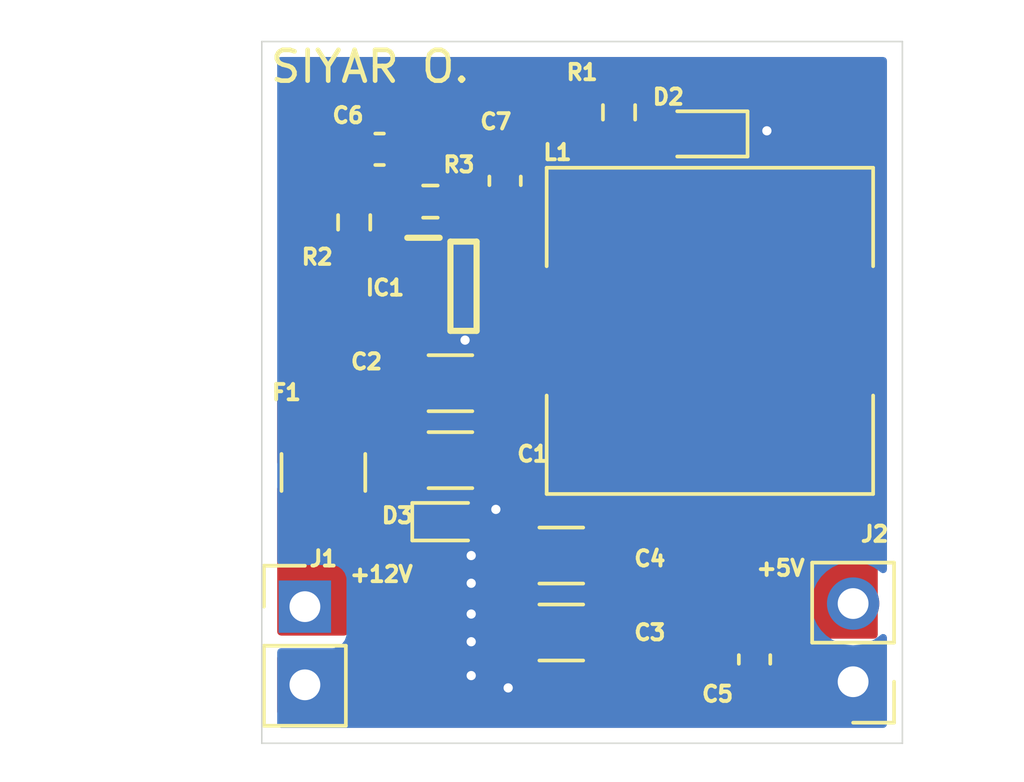
<source format=kicad_pcb>
(kicad_pcb (version 20240108) (generator "pcbnew") (generator_version "8.0")
  (layers (0 "F.Cu" signal) (31 "B.Cu" power) (34 "B.Paste" user) (35 "F.Paste" user) (36 "B.SilkS" user "B.Silkscreen") (37 "F.SilkS" user "F.Silkscreen") (38 "B.Mask" user) (39 "F.Mask" user) (44 "Edge.Cuts" user))
  (net 0 "")
  (net 1 "GND")
  (net 2 "Net-(D2-A)")
  (net 3 "+12V")
  (net 4 "/Vin")
  (net 5 "/FB")
  (net 6 "/BST")
  (net 7 "/SW")
  (net 8 "+5V")
  (footprint "Capacitor_SMD:C_1206_3216Metric" (layer "F.Cu") (at 145.325 136.9)
    (property "Reference" "C2" (at -2.725 -0.7 0) (layer "F.SilkS") (effects (font (size 0.5 0.5) (thickness 0.125) (bold yes))))
    (property "Value" "100nF" (hide yes))
    (fp_line (start -0.711252 -0.91) (end 0.711252 -0.91) (stroke (width 0.12)) (layer "F.SilkS"))
    (fp_line (start -0.711252 0.91) (end 0.711252 0.91) (stroke (width 0.12)) (layer "F.SilkS"))
    (pad "1" smd roundrect (at -1.475 0) (size 1.15 1.8) (layers "F.Cu" "F.Paste" "F.Mask") (roundrect_rratio 0.217391) (net 4 "/Vin"))
    (pad "2" smd roundrect (at 1.475 0) (size 1.15 1.8) (layers "F.Cu" "F.Paste" "F.Mask") (roundrect_rratio 0.217391) (net 1 "GND"))
  )
  (footprint "Fuse:Fuse_1210_3225Metric" (layer "F.Cu") (at 141.2 139.8 90)
    (property "Reference" "F1" (at 2.6 -1.2 0) (layer "F.SilkS") (effects (font (size 0.5 0.5) (thickness 0.125) (bold yes))))
    (property "Value" "2A")
    (fp_line (start -0.602064 -1.36) (end 0.602064 -1.36) (stroke (width 0.12)) (layer "F.SilkS"))
    (fp_line (start -0.602064 1.36) (end 0.602064 1.36) (stroke (width 0.12)) (layer "F.SilkS"))
    (pad "1" smd roundrect (at -1.4 0 90) (size 1.25 2.65) (layers "F.Cu" "F.Paste" "F.Mask") (roundrect_rratio 0.2) (net 3 "+12V"))
    (pad "2" smd roundrect (at 1.4 0 90) (size 1.25 2.65) (layers "F.Cu" "F.Paste" "F.Mask") (roundrect_rratio 0.2) (net 4 "/Vin"))
  )
  (footprint "Capacitor_SMD:C_0603_1608Metric" (layer "F.Cu") (at 155.2 145.875 -90)
    (property "Reference" "C5" (at 1.125 1.2 180) (layer "F.SilkS") (effects (font (size 0.5 0.5) (thickness 0.125) (bold yes))))
    (property "Value" "100nF" (hide yes))
    (fp_line (start -0.14058 0.51) (end 0.14058 0.51) (stroke (width 0.12)) (layer "F.SilkS"))
    (fp_line (start -0.14058 -0.51) (end 0.14058 -0.51) (stroke (width 0.12)) (layer "F.SilkS"))
    (pad "1" smd roundrect (at -0.775 0 270) (size 0.9 0.95) (layers "F.Cu" "F.Paste" "F.Mask") (net 8 "+5V"))
    (pad "2" smd roundrect (at 0.775 0 270) (size 0.9 0.95) (layers "F.Cu" "F.Paste" "F.Mask") (net 1 "GND"))
  )
  (footprint "LED_SMD:LED_0603_1608Metric" (layer "F.Cu") (at 153.4875 128.8 180)
    (property "Reference" "D2" (at 1.0875 1.2 180) (layer "F.SilkS") (effects (font (size 0.5 0.5) (thickness 0.125) (bold yes))))
    (property "Value" "GREEN" (hide yes))
    (fp_line (start 0.8 -0.735) (end -1.485 -0.735) (stroke (width 0.12)) (layer "F.SilkS"))
    (fp_line (start -1.485 0.735) (end 0.8 0.735) (stroke (width 0.12)) (layer "F.SilkS"))
    (fp_line (start -1.485 -0.735) (end -1.485 0.735) (stroke (width 0.12)) (layer "F.SilkS"))
    (pad "1" smd roundrect (at -0.7875 0 180) (size 0.875 0.95) (layers "F.Cu" "F.Paste" "F.Mask") (net 1 "GND"))
    (pad "2" smd roundrect (at 0.7875 0 180) (size 0.875 0.95) (layers "F.Cu" "F.Paste" "F.Mask") (net 2 "Net-(D2-A)"))
  )
  (footprint "Capacitor_SMD:C_0603_1608Metric" (layer "F.Cu") (at 147.1 130.325 90)
    (property "Reference" "C7" (at 1.925 -0.3 180) (layer "F.SilkS") (effects (font (size 0.5 0.5) (thickness 0.125) (bold yes))))
    (property "Value" "100nF" (hide yes))
    (fp_line (start -0.14058 -0.51) (end 0.14058 -0.51) (stroke (width 0.12)) (layer "F.SilkS"))
    (fp_line (start -0.14058 0.51) (end 0.14058 0.51) (stroke (width 0.12)) (layer "F.SilkS"))
    (pad "1" smd roundrect (at -0.775 0 90) (size 0.9 0.95) (layers "F.Cu" "F.Paste" "F.Mask") (net 6 "/BST"))
    (pad "2" smd roundrect (at 0.775 0 90) (size 0.9 0.95) (layers "F.Cu" "F.Paste" "F.Mask") (net 7 "/SW"))
  )
  (footprint "Capacitor_SMD:C_1206_3216Metric" (layer "F.Cu") (at 145.325 139.4)
    (property "Reference" "C1" (at 2.675 -0.2 0) (layer "F.SilkS") (effects (font (size 0.5 0.5) (thickness 0.125) (bold yes))))
    (property "Value" "10uF" (hide yes))
    (fp_line (start -0.711252 -0.91) (end 0.711252 -0.91) (stroke (width 0.12)) (layer "F.SilkS"))
    (fp_line (start -0.711252 0.91) (end 0.711252 0.91) (stroke (width 0.12)) (layer "F.SilkS"))
    (pad "1" smd roundrect (at -1.475 0) (size 1.15 1.8) (layers "F.Cu" "F.Paste" "F.Mask") (roundrect_rratio 0.217391) (net 4 "/Vin"))
    (pad "2" smd roundrect (at 1.475 0) (size 1.15 1.8) (layers "F.Cu" "F.Paste" "F.Mask") (roundrect_rratio 0.217391) (net 1 "GND"))
  )
  (footprint "Connector_PinHeader_2.54mm:PinHeader_1x02_P2.54mm_Vertical" (layer "F.Cu") (at 140.6 144.16)
    (property "Reference" "J1" (at 0.6 -1.56 0) (layer "F.SilkS") (effects (font (size 0.5 0.5) (thickness 0.125) (bold yes))))
    (property "Value" "Conn_01x02_Pin" (hide yes))
    (fp_line (start -1.33 -1.33) (end 0 -1.33) (stroke (width 0.12)) (layer "F.SilkS"))
    (fp_line (start -1.33 0) (end -1.33 -1.33) (stroke (width 0.12)) (layer "F.SilkS"))
    (fp_line (start -1.33 1.27) (end -1.33 3.87) (stroke (width 0.12)) (layer "F.SilkS"))
    (fp_line (start -1.33 1.27) (end 1.33 1.27) (stroke (width 0.12)) (layer "F.SilkS"))
    (fp_line (start -1.33 3.87) (end 1.33 3.87) (stroke (width 0.12)) (layer "F.SilkS"))
    (fp_line (start 1.33 1.27) (end 1.33 3.87) (stroke (width 0.12)) (layer "F.SilkS"))
    (pad "1" thru_hole rect (at 0 0) (size 1.7 1.7) (drill 1) (layers "*.Cu" "*.Mask") (net 3 "+12V"))
    (pad "2" thru_hole oval (at 0 2.54) (size 1.7 1.7) (drill 1) (layers "*.Cu" "*.Mask") (net 1 "GND"))
  )
  (footprint "0_FT:AP63301" (layer "F.Cu") (at 145.75 133.75)
    (property "Reference" "IC1" (at -2.55 0.05 0) (layer "F.SilkS") (effects (font (size 0.5 0.5) (thickness 0.125) (bold yes))))
    (property "Value" "AP63301WU-7" (hide yes))
    (fp_line (start -1.825 -1.575) (end -0.775 -1.575) (stroke (width 0.2)) (layer "F.SilkS"))
    (fp_line (start -0.425 -1.45) (end 0.425 -1.45) (stroke (width 0.2)) (layer "F.SilkS"))
    (fp_line (start -0.425 1.45) (end -0.425 -1.45) (stroke (width 0.2)) (layer "F.SilkS"))
    (fp_line (start 0.425 -1.45) (end 0.425 1.45) (stroke (width 0.2)) (layer "F.SilkS"))
    (fp_line (start 0.425 1.45) (end -0.425 1.45) (stroke (width 0.2)) (layer "F.SilkS"))
    (pad "1" smd rect (at -1.3 -0.95 90) (size 0.55 1.05) (layers "F.Cu" "F.Paste" "F.Mask") (net 5 "/FB"))
    (pad "2" smd rect (at -1.3 0 90) (size 0.55 1.05) (layers "F.Cu" "F.Paste" "F.Mask") (net 4 "/Vin"))
    (pad "3" smd rect (at -1.3 0.95 90) (size 0.55 1.05) (layers "F.Cu" "F.Paste" "F.Mask") (net 4 "/Vin"))
    (pad "4" smd rect (at 1.3 0.95 90) (size 0.55 1.05) (layers "F.Cu" "F.Paste" "F.Mask") (net 1 "GND"))
    (pad "5" smd rect (at 1.3 0 90) (size 0.55 1.05) (layers "F.Cu" "F.Paste" "F.Mask") (net 7 "/SW"))
    (pad "6" smd rect (at 1.3 -0.95 90) (size 0.55 1.05) (layers "F.Cu" "F.Paste" "F.Mask") (net 6 "/BST"))
  )
  (footprint "Capacitor_SMD:C_0603_1608Metric" (layer "F.Cu") (at 143.025 129.3)
    (property "Reference" "C6" (at -1.025 -1.1 0) (layer "F.SilkS") (effects (font (size 0.5 0.5) (thickness 0.125) (bold yes))))
    (property "Value" "47pF" (hide yes))
    (fp_line (start -0.14058 -0.51) (end 0.14058 -0.51) (stroke (width 0.12)) (layer "F.SilkS"))
    (fp_line (start -0.14058 0.51) (end 0.14058 0.51) (stroke (width 0.12)) (layer "F.SilkS"))
    (pad "1" smd roundrect (at -0.775 0) (size 0.9 0.95) (layers "F.Cu" "F.Paste" "F.Mask") (net 8 "+5V"))
    (pad "2" smd roundrect (at 0.775 0) (size 0.9 0.95) (layers "F.Cu" "F.Paste" "F.Mask") (net 5 "/FB"))
  )
  (footprint "Capacitor_SMD:C_1206_3216Metric" (layer "F.Cu") (at 148.925 142.5 180)
    (property "Reference" "C4" (at -2.875 -0.1 180) (layer "F.SilkS") (effects (font (size 0.5 0.5) (thickness 0.125) (bold yes))))
    (property "Value" "22uF" (hide yes))
    (fp_line (start -0.711252 0.91) (end 0.711252 0.91) (stroke (width 0.12)) (layer "F.SilkS"))
    (fp_line (start -0.711252 -0.91) (end 0.711252 -0.91) (stroke (width 0.12)) (layer "F.SilkS"))
    (pad "1" smd roundrect (at -1.475 0 180) (size 1.15 1.8) (layers "F.Cu" "F.Paste" "F.Mask") (roundrect_rratio 0.217391) (net 8 "+5V"))
    (pad "2" smd roundrect (at 1.475 0 180) (size 1.15 1.8) (layers "F.Cu" "F.Paste" "F.Mask") (roundrect_rratio 0.217391) (net 1 "GND"))
  )
  (footprint "Resistor_SMD:R_0603_1608Metric" (layer "F.Cu") (at 144.675 131)
    (property "Reference" "R3" (at 0.925 -1.2 0) (layer "F.SilkS") (effects (font (size 0.5 0.5) (thickness 0.125) (bold yes))))
    (property "Value" "30.1k" (hide yes))
    (fp_line (start -0.237258 -0.5225) (end 0.237258 -0.5225) (stroke (width 0.12)) (layer "F.SilkS"))
    (fp_line (start -0.237258 0.5225) (end 0.237258 0.5225) (stroke (width 0.12)) (layer "F.SilkS"))
    (pad "1" smd roundrect (at -0.825 0) (size 0.8 0.95) (layers "F.Cu" "F.Paste" "F.Mask") (net 5 "/FB"))
    (pad "2" smd roundrect (at 0.825 0) (size 0.8 0.95) (layers "F.Cu" "F.Paste" "F.Mask") (net 1 "GND"))
  )
  (footprint "Resistor_SMD:R_0603_1608Metric" (layer "F.Cu") (at 150.8 128.1 -90)
    (property "Reference" "R1" (at -1.3 1.2 180) (layer "F.SilkS") (effects (font (size 0.5 0.5) (thickness 0.125) (bold yes))))
    (property "Value" "1k5" (hide yes))
    (fp_line (start -0.237258 0.5225) (end 0.237258 0.5225) (stroke (width 0.12)) (layer "F.SilkS"))
    (fp_line (start -0.237258 -0.5225) (end 0.237258 -0.5225) (stroke (width 0.12)) (layer "F.SilkS"))
    (pad "1" smd roundrect (at -0.825 0 270) (size 0.8 0.95) (layers "F.Cu" "F.Paste" "F.Mask") (net 8 "+5V"))
    (pad "2" smd roundrect (at 0.825 0 270) (size 0.8 0.95) (layers "F.Cu" "F.Paste" "F.Mask") (net 2 "Net-(D2-A)"))
  )
  (footprint "Diode_SMD:Nexperia_DSN1608-2_1.6x0.8mm" (layer "F.Cu") (at 145.1 141.4)
    (property "Reference" "D3" (at -1.5 -0.2 0) (layer "F.SilkS") (effects (font (size 0.5 0.5) (thickness 0.125) (bold yes))))
    (property "Value" "32V" (hide yes))
    (fp_line (start -1.015 -0.61) (end -1.015 0.61) (stroke (width 0.12)) (layer "F.SilkS"))
    (fp_line (start -1.015 0.61) (end 0.8 0.61) (stroke (width 0.12)) (layer "F.SilkS"))
    (fp_line (start 0.8 -0.61) (end -1.015 -0.61) (stroke (width 0.12)) (layer "F.SilkS"))
    (pad "1" smd roundrect (at -0.285 0) (size 0.93 0.7) (layers "F.Cu" "F.Paste" "F.Mask") (roundrect_rratio 0.1071428571) (net 4 "/Vin"))
    (pad "2" smd roundrect (at 0.6 0) (size 0.3 0.7) (layers "F.Cu" "F.Paste" "F.Mask") (net 1 "GND"))
  )
  (footprint "Resistor_SMD:R_0603_1608Metric" (layer "F.Cu") (at 142.2 131.675 -90)
    (property "Reference" "R2" (at 1.125 1.2 0) (layer "F.SilkS") (effects (font (size 0.5 0.5) (thickness 0.125) (bold yes))))
    (property "Value" "158k" (hide yes))
    (fp_line (start -0.237258 0.5225) (end 0.237258 0.5225) (stroke (width 0.12)) (layer "F.SilkS"))
    (fp_line (start -0.237258 -0.5225) (end 0.237258 -0.5225) (stroke (width 0.12)) (layer "F.SilkS"))
    (pad "1" smd roundrect (at -0.825 0 270) (size 0.8 0.95) (layers "F.Cu" "F.Paste" "F.Mask") (net 8 "+5V"))
    (pad "2" smd roundrect (at 0.825 0 270) (size 0.8 0.95) (layers "F.Cu" "F.Paste" "F.Mask") (net 5 "/FB"))
  )
  (footprint "Capacitor_SMD:C_1206_3216Metric" (layer "F.Cu") (at 148.925 145 180)
    (property "Reference" "C3" (at -2.875 0 180) (layer "F.SilkS") (effects (font (size 0.5 0.5) (thickness 0.125) (bold yes))))
    (property "Value" "22uF" (hide yes))
    (fp_line (start -0.711252 0.91) (end 0.711252 0.91) (stroke (width 0.12)) (layer "F.SilkS"))
    (fp_line (start -0.711252 -0.91) (end 0.711252 -0.91) (stroke (width 0.12)) (layer "F.SilkS"))
    (pad "1" smd roundrect (at -1.475 0 180) (size 1.15 1.8) (layers "F.Cu" "F.Paste" "F.Mask") (roundrect_rratio 0.217391) (net 8 "+5V"))
    (pad "2" smd roundrect (at 1.475 0 180) (size 1.15 1.8) (layers "F.Cu" "F.Paste" "F.Mask") (roundrect_rratio 0.217391) (net 1 "GND"))
  )
  (footprint "Connector_PinHeader_2.54mm:PinHeader_1x02_P2.54mm_Vertical" (layer "F.Cu") (at 158.4 146.6 180)
    (property "Reference" "J2" (at -0.7 4.8 0) (layer "F.SilkS") (effects (font (size 0.5 0.5) (thickness 0.125) (bold yes))))
    (property "Value" "Conn_01x02_Pin" (hide yes))
    (fp_line (start 1.33 1.27) (end 1.33 3.87) (stroke (width 0.12)) (layer "F.SilkS"))
    (fp_line (start -1.33 3.87) (end 1.33 3.87) (stroke (width 0.12)) (layer "F.SilkS"))
    (fp_line (start -1.33 1.27) (end 1.33 1.27) (stroke (width 0.12)) (layer "F.SilkS"))
    (fp_line (start -1.33 1.27) (end -1.33 3.87) (stroke (width 0.12)) (layer "F.SilkS"))
    (fp_line (start -1.33 0) (end -1.33 -1.33) (stroke (width 0.12)) (layer "F.SilkS"))
    (fp_line (start -1.33 -1.33) (end 0 -1.33) (stroke (width 0.12)) (layer "F.SilkS"))
    (pad "1" thru_hole rect (at 0 0 180) (size 1.7 1.7) (drill 1) (layers "*.Cu" "*.Mask") (net 1 "GND"))
    (pad "2" thru_hole oval (at 0 2.54 180) (size 1.7 1.7) (drill 1) (layers "*.Cu" "*.Mask") (net 8 "+5V"))
  )
  (footprint "Inductor_SMD:L_10.4x10.4_H4.8" (layer "F.Cu") (at 153.75 135.2)
    (property "Reference" "L1" (at -4.95 -5.8 0) (layer "F.SilkS") (effects (font (size 0.5 0.5) (thickness 0.125) (bold yes))))
    (property "Value" "6.8uH" (hide yes))
    (fp_line (start -5.3 -5.3) (end 5.3 -5.3) (stroke (width 0.12)) (layer "F.SilkS"))
    (fp_line (start -5.3 -2.1) (end -5.3 -5.3) (stroke (width 0.12)) (layer "F.SilkS"))
    (fp_line (start -5.3 5.3) (end -5.3 2.1) (stroke (width 0.12)) (layer "F.SilkS"))
    (fp_line (start 5.3 -5.3) (end 5.3 -2.1) (stroke (width 0.12)) (layer "F.SilkS"))
    (fp_line (start 5.3 2.1) (end 5.3 5.3) (stroke (width 0.12)) (layer "F.SilkS"))
    (fp_line (start 5.3 5.3) (end -5.3 5.3) (stroke (width 0.12)) (layer "F.SilkS"))
    (pad "1" smd rect (at -4.15 0) (size 2.7 3.6) (layers "F.Cu" "F.Paste" "F.Mask") (net 7 "/SW"))
    (pad "2" smd rect (at 4.15 0) (size 2.7 3.6) (layers "F.Cu" "F.Paste" "F.Mask") (net 8 "+5V"))
  )
  (gr_line (start 139.8 148.6) (end 139.2 148.6) (stroke (width 0.05)) (layer "Edge.Cuts"))
  (gr_line (start 139.2 148.6) (end 139.2 125.8) (stroke (width 0.05)) (layer "Edge.Cuts"))
  (gr_line (start 160 148.6) (end 141 148.6) (stroke (width 0.05)) (layer "Edge.Cuts"))
  (gr_line (start 139.2 125.8) (end 160 125.8) (stroke (width 0.05)) (layer "Edge.Cuts"))
  (gr_line (start 141 148.6) (end 139.8 148.6) (stroke (width 0.05)) (layer "Edge.Cuts"))
  (gr_line (start 160 125.8) (end 160 148.6) (stroke (width 0.05)) (layer "Edge.Cuts"))
  (gr_text "+5V" (at 155.2 143.2 0) (layer "F.SilkS") (effects (font (size 0.5 0.5) (thickness 0.125) (bold yes)) (justify left bottom)))
  (gr_text "+12V" (at 142 143.4 0) (layer "F.SilkS") (effects (font (size 0.5 0.5) (thickness 0.125) (bold yes)) (justify left bottom)))
  (gr_text "SIYAR O." (at 139.4 127.2 0) (layer "F.SilkS") (effects (font (size 1 1)) (justify left bottom)))
  (segment (start 155.5 128.8) (end 155.6 128.7) (width 0.5) (layer "F.Cu") (net 1))
  (segment (start 154.275 128.8) (end 155.5 128.8) (width 0.5) (layer "F.Cu") (net 1))
  (via (at 146 143.4) (size 0.6) (drill 0.3) (layers "F.Cu" "B.Cu") (net 1))
  (via (at 146 144.4) (size 0.6) (drill 0.3) (layers "F.Cu" "B.Cu") (net 1))
  (via (at 145.8 135.5) (size 0.6) (drill 0.3) (layers "F.Cu" "B.Cu") (net 1))
  (via (at 146 146.4) (size 0.6) (drill 0.3) (layers "F.Cu" "B.Cu") (net 1))
  (via (at 155.6 128.7) (size 0.6) (drill 0.3) (layers "F.Cu" "B.Cu") (net 1))
  (via (at 146 145.3) (size 0.6) (drill 0.3) (layers "F.Cu" "B.Cu") (net 1))
  (via (at 146.8 141) (size 0.6) (drill 0.3) (layers "F.Cu" "B.Cu") (net 1))
  (via (at 147.2 146.8) (size 0.6) (drill 0.3) (layers "F.Cu" "B.Cu") (net 1))
  (via (at 146 142.5) (size 0.6) (drill 0.3) (layers "F.Cu" "B.Cu") (net 1))
  (segment (start 152.7 128.8) (end 150.925 128.8) (width 0.5) (layer "F.Cu") (net 2))
  (segment (start 150.925 128.8) (end 150.8 128.925) (width 0.5) (layer "F.Cu") (net 2))
  (segment (start 147.05 132.8) (end 147.05 131.15) (width 0.5) (layer "F.Cu") (net 6))
  (segment (start 147.05 131.15) (end 147.1 131.1) (width 0.5) (layer "F.Cu") (net 6))
  (segment (start 147.8 133.75) (end 147.05 133.75) (width 0.5) (layer "F.Cu") (net 7))
  (segment (start 147.1 129.55) (end 148.025 130.475) (width 0.5) (layer "F.Cu") (net 7))
  (segment (start 148.025 130.475) (end 148.025 133.525) (width 0.5) (layer "F.Cu") (net 7))
  (segment (start 148.025 133.525) (end 147.8 133.75) (width 0.5) (layer "F.Cu") (net 7))
  (segment (start 158.6 127.7) (end 158.6 133.1) (width 0.7) (layer "F.Cu") (net 8))
  (segment (start 150.8 127.275) (end 158.175 127.275) (width 0.7) (layer "F.Cu") (net 8))
  (segment (start 142.2 130.85) (end 142.2 129.35) (width 0.7) (layer "F.Cu") (net 8))
  (segment (start 142.25 129.3) (end 142.25 128.825) (width 0.7) (layer "F.Cu") (net 8))
  (segment (start 143.8 127.275) (end 150.8 127.275) (width 0.7) (layer "F.Cu") (net 8))
  (segment (start 158.175 127.275) (end 158.6 127.7) (width 0.7) (layer "F.Cu") (net 8))
  (segment (start 142.25 128.825) (end 143.8 127.275) (width 0.7) (layer "F.Cu") (net 8))
  (segment (start 142.2 129.35) (end 142.25 129.3) (width 0.7) (layer "F.Cu") (net 8))
  (zone (net 5) (net_name "/FB") (layer "F.Cu") (priority 4) (connect_pads yes (clearance 0.2)) (min_thickness 0.25) (fill yes (thermal_gap 0.5) (thermal_bridge_width 0.5))
    (polygon (pts (xy 145 132.2) (xy 144.4 132.2) (xy 144.4 128.8) (xy 143.1 128.8) (xy 143.1 131.8) (xy 141.6 131.8) (xy 141.6 133.2) (xy 145 133.2)))
  )
  (zone (net 3) (net_name "+12V") (layer "F.Cu") (priority 2) (connect_pads yes (clearance 0.2)) (min_thickness 0.25) (fill yes (thermal_gap 0.5) (thermal_bridge_width 0.5))
    (polygon (pts (xy 139.4 145.1) (xy 139.4 140.2) (xy 142.7 140.2) (xy 142.7 142.1) (xy 142 142.1) (xy 142 145.1)))
  )
  (zone (net 8) (net_name "+5V") (layer "F.Cu") (priority 6) (connect_pads yes (clearance 0.2)) (min_thickness 0.25) (fill yes (thermal_gap 0.5) (thermal_bridge_width 0.5))
    (polygon (pts (xy 159.2 131.8) (xy 159.2 145.2) (xy 156 145.2) (xy 156 145.5) (xy 149.7 145.5) (xy 149.7 141.5) (xy 151.3 141.5) (xy 151.3 144.5) (xy 156.7 144.5) (xy 156.7 140) (xy 157.9 140) (xy 158 131.8)))
  )
  (zone (net 1) (net_name "GND") (layer "F.Cu") (priority 7) (connect_pads yes (clearance 0.2)) (min_thickness 0.25) (fill yes (thermal_gap 0.5) (thermal_bridge_width 0.5))
    (polygon (pts (xy 148.6 146.4) (xy 154.2 146.4) (xy 154.2 146) (xy 156.6 146) (xy 156.6 145.6) (xy 159.4 145.6) (xy 159.4 147.6) (xy 148.6 147.6)))
  )
  (zone (net 4) (net_name "/Vin") (layer "F.Cu") (priority 3) (connect_pads yes (clearance 0.2)) (min_thickness 0.25) (fill yes (thermal_gap 0.5) (thermal_bridge_width 0.5))
    (polygon (pts (xy 145.2 141.8) (xy 145.2 140.9) (xy 145 140.9) (xy 145 133.4) (xy 142.6 133.4) (xy 142.6 137) (xy 139.4 137) (xy 139.4 139.6) (xy 143.1 139.6) (xy 143.1 141.8)))
  )
  (zone (net 7) (net_name "/SW") (layer "F.Cu") (priority 5) (connect_pads yes (clearance 0.2)) (min_thickness 0.25) (fill yes (thermal_gap 0.5) (thermal_bridge_width 0.5))
    (polygon (pts (xy 146.4 133.4) (xy 146.4 134.1) (xy 148.7 134.1) (xy 148.7 133.4)))
  )
  (zone (net 1) (net_name "GND") (layer "F.Cu") (connect_pads yes (clearance 0.2)) (min_thickness 0.25) (fill yes (thermal_gap 0.5) (thermal_bridge_width 0.5))
    (polygon (pts (xy 139.6 147.7) (xy 148.8 147.7) (xy 148.8 141.1) (xy 147.6 141.1) (xy 147.6 134.3) (xy 146.2 134.3) (xy 146.2 130.4) (xy 144.7 130.4) (xy 144.7 132) (xy 145.3 132) (xy 145.3 140.7) (xy 145.4 140.7) (xy 145.4 145.7) (xy 139.6 145.7)))
  )
  (zone (net 1) (net_name "GND") (layer "B.Cu") (priority 1) (connect_pads yes (clearance 0.5)) (min_thickness 0.25) (fill yes (thermal_gap 0.5) (thermal_bridge_width 0.5))
    (polygon (pts (xy 163.95 124.45) (xy 130.8 124.45) (xy 130.7 149.85) (xy 163.35 149.6)))
  )
)
</source>
